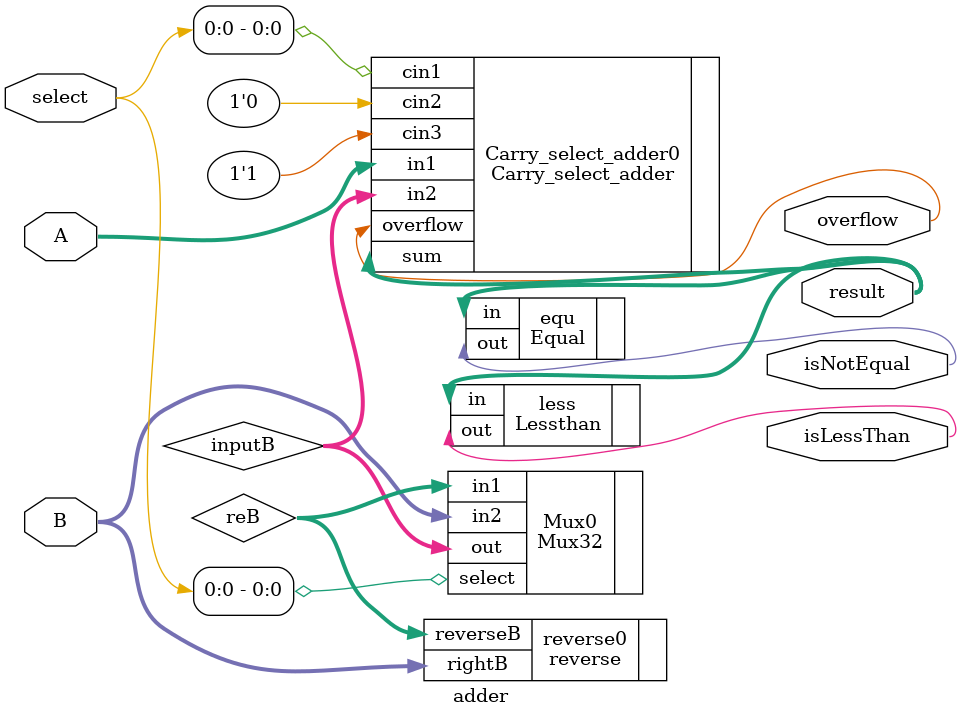
<source format=v>
module adder(A, B, select, result,
 overflow, isNotEqual, isLessThan);
  input [31:0]A, B;
  input [4:0]select;
  output [31:0]result;
  output overflow, isNotEqual, isLessThan;
  wire [31:0]inputB;
  wire [31:0]reB;
  
  Mux32 Mux0(
	       .in1(reB[31:0]),
			 .in2(B[31:0]),
			 .select(select[0]),
			 .out(inputB[31:0])
  );
  
  reverse reverse0(
          .rightB(B[31:0]),
			 .reverseB(reB[31:0])
  );
  
  Carry_select_adder Carry_select_adder0(
          .in1(A[31:0]),
	       .in2(inputB[31:0]),
			 .cin1(select[0]),
			 .cin2(1'b0),
			 .cin3(1'b1),
			 .sum(result[31:0]),
			 .overflow(overflow)
  );
  
  Equal equ(
          .in(result[31:0]),
			 .out(isNotEqual)
  );
  
  Lessthan less(
          .in(result[31:0]),
			 .out(isLessThan)
  );
endmodule
</source>
